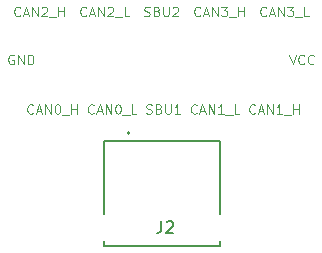
<source format=gbr>
%TF.GenerationSoftware,KiCad,Pcbnew,7.0.5*%
%TF.CreationDate,2024-03-05T09:12:16-05:00*%
%TF.ProjectId,female_connector,66656d61-6c65-45f6-936f-6e6e6563746f,rev?*%
%TF.SameCoordinates,Original*%
%TF.FileFunction,Legend,Top*%
%TF.FilePolarity,Positive*%
%FSLAX46Y46*%
G04 Gerber Fmt 4.6, Leading zero omitted, Abs format (unit mm)*
G04 Created by KiCad (PCBNEW 7.0.5) date 2024-03-05 09:12:16*
%MOMM*%
%LPD*%
G01*
G04 APERTURE LIST*
%ADD10C,0.150000*%
%ADD11C,0.100000*%
%ADD12C,0.200000*%
G04 APERTURE END LIST*
D10*
%TO.C,J2*%
X140319166Y-93434819D02*
X140319166Y-94149104D01*
X140319166Y-94149104D02*
X140271547Y-94291961D01*
X140271547Y-94291961D02*
X140176309Y-94387200D01*
X140176309Y-94387200D02*
X140033452Y-94434819D01*
X140033452Y-94434819D02*
X139938214Y-94434819D01*
X140747738Y-93530057D02*
X140795357Y-93482438D01*
X140795357Y-93482438D02*
X140890595Y-93434819D01*
X140890595Y-93434819D02*
X141128690Y-93434819D01*
X141128690Y-93434819D02*
X141223928Y-93482438D01*
X141223928Y-93482438D02*
X141271547Y-93530057D01*
X141271547Y-93530057D02*
X141319166Y-93625295D01*
X141319166Y-93625295D02*
X141319166Y-93720533D01*
X141319166Y-93720533D02*
X141271547Y-93863390D01*
X141271547Y-93863390D02*
X140700119Y-94434819D01*
X140700119Y-94434819D02*
X141319166Y-94434819D01*
D11*
%TO.C,J1*%
X151144979Y-79360895D02*
X151411646Y-80160895D01*
X151411646Y-80160895D02*
X151678312Y-79360895D01*
X152402122Y-80084704D02*
X152364026Y-80122800D01*
X152364026Y-80122800D02*
X152249741Y-80160895D01*
X152249741Y-80160895D02*
X152173550Y-80160895D01*
X152173550Y-80160895D02*
X152059264Y-80122800D01*
X152059264Y-80122800D02*
X151983074Y-80046609D01*
X151983074Y-80046609D02*
X151944979Y-79970419D01*
X151944979Y-79970419D02*
X151906883Y-79818038D01*
X151906883Y-79818038D02*
X151906883Y-79703752D01*
X151906883Y-79703752D02*
X151944979Y-79551371D01*
X151944979Y-79551371D02*
X151983074Y-79475180D01*
X151983074Y-79475180D02*
X152059264Y-79398990D01*
X152059264Y-79398990D02*
X152173550Y-79360895D01*
X152173550Y-79360895D02*
X152249741Y-79360895D01*
X152249741Y-79360895D02*
X152364026Y-79398990D01*
X152364026Y-79398990D02*
X152402122Y-79437085D01*
X153202122Y-80084704D02*
X153164026Y-80122800D01*
X153164026Y-80122800D02*
X153049741Y-80160895D01*
X153049741Y-80160895D02*
X152973550Y-80160895D01*
X152973550Y-80160895D02*
X152859264Y-80122800D01*
X152859264Y-80122800D02*
X152783074Y-80046609D01*
X152783074Y-80046609D02*
X152744979Y-79970419D01*
X152744979Y-79970419D02*
X152706883Y-79818038D01*
X152706883Y-79818038D02*
X152706883Y-79703752D01*
X152706883Y-79703752D02*
X152744979Y-79551371D01*
X152744979Y-79551371D02*
X152783074Y-79475180D01*
X152783074Y-79475180D02*
X152859264Y-79398990D01*
X152859264Y-79398990D02*
X152973550Y-79360895D01*
X152973550Y-79360895D02*
X153049741Y-79360895D01*
X153049741Y-79360895D02*
X153164026Y-79398990D01*
X153164026Y-79398990D02*
X153202122Y-79437085D01*
X143588406Y-76020704D02*
X143550310Y-76058800D01*
X143550310Y-76058800D02*
X143436025Y-76096895D01*
X143436025Y-76096895D02*
X143359834Y-76096895D01*
X143359834Y-76096895D02*
X143245548Y-76058800D01*
X143245548Y-76058800D02*
X143169358Y-75982609D01*
X143169358Y-75982609D02*
X143131263Y-75906419D01*
X143131263Y-75906419D02*
X143093167Y-75754038D01*
X143093167Y-75754038D02*
X143093167Y-75639752D01*
X143093167Y-75639752D02*
X143131263Y-75487371D01*
X143131263Y-75487371D02*
X143169358Y-75411180D01*
X143169358Y-75411180D02*
X143245548Y-75334990D01*
X143245548Y-75334990D02*
X143359834Y-75296895D01*
X143359834Y-75296895D02*
X143436025Y-75296895D01*
X143436025Y-75296895D02*
X143550310Y-75334990D01*
X143550310Y-75334990D02*
X143588406Y-75373085D01*
X143893167Y-75868323D02*
X144274120Y-75868323D01*
X143816977Y-76096895D02*
X144083644Y-75296895D01*
X144083644Y-75296895D02*
X144350310Y-76096895D01*
X144616977Y-76096895D02*
X144616977Y-75296895D01*
X144616977Y-75296895D02*
X145074120Y-76096895D01*
X145074120Y-76096895D02*
X145074120Y-75296895D01*
X145378881Y-75296895D02*
X145874119Y-75296895D01*
X145874119Y-75296895D02*
X145607453Y-75601657D01*
X145607453Y-75601657D02*
X145721738Y-75601657D01*
X145721738Y-75601657D02*
X145797929Y-75639752D01*
X145797929Y-75639752D02*
X145836024Y-75677847D01*
X145836024Y-75677847D02*
X145874119Y-75754038D01*
X145874119Y-75754038D02*
X145874119Y-75944514D01*
X145874119Y-75944514D02*
X145836024Y-76020704D01*
X145836024Y-76020704D02*
X145797929Y-76058800D01*
X145797929Y-76058800D02*
X145721738Y-76096895D01*
X145721738Y-76096895D02*
X145493167Y-76096895D01*
X145493167Y-76096895D02*
X145416976Y-76058800D01*
X145416976Y-76058800D02*
X145378881Y-76020704D01*
X146026501Y-76173085D02*
X146636024Y-76173085D01*
X146826501Y-76096895D02*
X146826501Y-75296895D01*
X146826501Y-75677847D02*
X147283644Y-75677847D01*
X147283644Y-76096895D02*
X147283644Y-75296895D01*
X134577787Y-84275704D02*
X134539691Y-84313800D01*
X134539691Y-84313800D02*
X134425406Y-84351895D01*
X134425406Y-84351895D02*
X134349215Y-84351895D01*
X134349215Y-84351895D02*
X134234929Y-84313800D01*
X134234929Y-84313800D02*
X134158739Y-84237609D01*
X134158739Y-84237609D02*
X134120644Y-84161419D01*
X134120644Y-84161419D02*
X134082548Y-84009038D01*
X134082548Y-84009038D02*
X134082548Y-83894752D01*
X134082548Y-83894752D02*
X134120644Y-83742371D01*
X134120644Y-83742371D02*
X134158739Y-83666180D01*
X134158739Y-83666180D02*
X134234929Y-83589990D01*
X134234929Y-83589990D02*
X134349215Y-83551895D01*
X134349215Y-83551895D02*
X134425406Y-83551895D01*
X134425406Y-83551895D02*
X134539691Y-83589990D01*
X134539691Y-83589990D02*
X134577787Y-83628085D01*
X134882548Y-84123323D02*
X135263501Y-84123323D01*
X134806358Y-84351895D02*
X135073025Y-83551895D01*
X135073025Y-83551895D02*
X135339691Y-84351895D01*
X135606358Y-84351895D02*
X135606358Y-83551895D01*
X135606358Y-83551895D02*
X136063501Y-84351895D01*
X136063501Y-84351895D02*
X136063501Y-83551895D01*
X136596834Y-83551895D02*
X136673024Y-83551895D01*
X136673024Y-83551895D02*
X136749215Y-83589990D01*
X136749215Y-83589990D02*
X136787310Y-83628085D01*
X136787310Y-83628085D02*
X136825405Y-83704276D01*
X136825405Y-83704276D02*
X136863500Y-83856657D01*
X136863500Y-83856657D02*
X136863500Y-84047133D01*
X136863500Y-84047133D02*
X136825405Y-84199514D01*
X136825405Y-84199514D02*
X136787310Y-84275704D01*
X136787310Y-84275704D02*
X136749215Y-84313800D01*
X136749215Y-84313800D02*
X136673024Y-84351895D01*
X136673024Y-84351895D02*
X136596834Y-84351895D01*
X136596834Y-84351895D02*
X136520643Y-84313800D01*
X136520643Y-84313800D02*
X136482548Y-84275704D01*
X136482548Y-84275704D02*
X136444453Y-84199514D01*
X136444453Y-84199514D02*
X136406357Y-84047133D01*
X136406357Y-84047133D02*
X136406357Y-83856657D01*
X136406357Y-83856657D02*
X136444453Y-83704276D01*
X136444453Y-83704276D02*
X136482548Y-83628085D01*
X136482548Y-83628085D02*
X136520643Y-83589990D01*
X136520643Y-83589990D02*
X136596834Y-83551895D01*
X137015882Y-84428085D02*
X137625405Y-84428085D01*
X138196834Y-84351895D02*
X137815882Y-84351895D01*
X137815882Y-84351895D02*
X137815882Y-83551895D01*
X139029167Y-84313800D02*
X139143453Y-84351895D01*
X139143453Y-84351895D02*
X139333929Y-84351895D01*
X139333929Y-84351895D02*
X139410120Y-84313800D01*
X139410120Y-84313800D02*
X139448215Y-84275704D01*
X139448215Y-84275704D02*
X139486310Y-84199514D01*
X139486310Y-84199514D02*
X139486310Y-84123323D01*
X139486310Y-84123323D02*
X139448215Y-84047133D01*
X139448215Y-84047133D02*
X139410120Y-84009038D01*
X139410120Y-84009038D02*
X139333929Y-83970942D01*
X139333929Y-83970942D02*
X139181548Y-83932847D01*
X139181548Y-83932847D02*
X139105358Y-83894752D01*
X139105358Y-83894752D02*
X139067263Y-83856657D01*
X139067263Y-83856657D02*
X139029167Y-83780466D01*
X139029167Y-83780466D02*
X139029167Y-83704276D01*
X139029167Y-83704276D02*
X139067263Y-83628085D01*
X139067263Y-83628085D02*
X139105358Y-83589990D01*
X139105358Y-83589990D02*
X139181548Y-83551895D01*
X139181548Y-83551895D02*
X139372025Y-83551895D01*
X139372025Y-83551895D02*
X139486310Y-83589990D01*
X140095834Y-83932847D02*
X140210120Y-83970942D01*
X140210120Y-83970942D02*
X140248215Y-84009038D01*
X140248215Y-84009038D02*
X140286311Y-84085228D01*
X140286311Y-84085228D02*
X140286311Y-84199514D01*
X140286311Y-84199514D02*
X140248215Y-84275704D01*
X140248215Y-84275704D02*
X140210120Y-84313800D01*
X140210120Y-84313800D02*
X140133930Y-84351895D01*
X140133930Y-84351895D02*
X139829168Y-84351895D01*
X139829168Y-84351895D02*
X139829168Y-83551895D01*
X139829168Y-83551895D02*
X140095834Y-83551895D01*
X140095834Y-83551895D02*
X140172025Y-83589990D01*
X140172025Y-83589990D02*
X140210120Y-83628085D01*
X140210120Y-83628085D02*
X140248215Y-83704276D01*
X140248215Y-83704276D02*
X140248215Y-83780466D01*
X140248215Y-83780466D02*
X140210120Y-83856657D01*
X140210120Y-83856657D02*
X140172025Y-83894752D01*
X140172025Y-83894752D02*
X140095834Y-83932847D01*
X140095834Y-83932847D02*
X139829168Y-83932847D01*
X140629168Y-83551895D02*
X140629168Y-84199514D01*
X140629168Y-84199514D02*
X140667263Y-84275704D01*
X140667263Y-84275704D02*
X140705358Y-84313800D01*
X140705358Y-84313800D02*
X140781549Y-84351895D01*
X140781549Y-84351895D02*
X140933930Y-84351895D01*
X140933930Y-84351895D02*
X141010120Y-84313800D01*
X141010120Y-84313800D02*
X141048215Y-84275704D01*
X141048215Y-84275704D02*
X141086311Y-84199514D01*
X141086311Y-84199514D02*
X141086311Y-83551895D01*
X141886310Y-84351895D02*
X141429167Y-84351895D01*
X141657739Y-84351895D02*
X141657739Y-83551895D01*
X141657739Y-83551895D02*
X141581548Y-83666180D01*
X141581548Y-83666180D02*
X141505358Y-83742371D01*
X141505358Y-83742371D02*
X141429167Y-83780466D01*
X127802312Y-79398990D02*
X127726122Y-79360895D01*
X127726122Y-79360895D02*
X127611836Y-79360895D01*
X127611836Y-79360895D02*
X127497550Y-79398990D01*
X127497550Y-79398990D02*
X127421360Y-79475180D01*
X127421360Y-79475180D02*
X127383265Y-79551371D01*
X127383265Y-79551371D02*
X127345169Y-79703752D01*
X127345169Y-79703752D02*
X127345169Y-79818038D01*
X127345169Y-79818038D02*
X127383265Y-79970419D01*
X127383265Y-79970419D02*
X127421360Y-80046609D01*
X127421360Y-80046609D02*
X127497550Y-80122800D01*
X127497550Y-80122800D02*
X127611836Y-80160895D01*
X127611836Y-80160895D02*
X127688027Y-80160895D01*
X127688027Y-80160895D02*
X127802312Y-80122800D01*
X127802312Y-80122800D02*
X127840408Y-80084704D01*
X127840408Y-80084704D02*
X127840408Y-79818038D01*
X127840408Y-79818038D02*
X127688027Y-79818038D01*
X128183265Y-80160895D02*
X128183265Y-79360895D01*
X128183265Y-79360895D02*
X128640408Y-80160895D01*
X128640408Y-80160895D02*
X128640408Y-79360895D01*
X129021360Y-80160895D02*
X129021360Y-79360895D01*
X129021360Y-79360895D02*
X129211836Y-79360895D01*
X129211836Y-79360895D02*
X129326122Y-79398990D01*
X129326122Y-79398990D02*
X129402312Y-79475180D01*
X129402312Y-79475180D02*
X129440407Y-79551371D01*
X129440407Y-79551371D02*
X129478503Y-79703752D01*
X129478503Y-79703752D02*
X129478503Y-79818038D01*
X129478503Y-79818038D02*
X129440407Y-79970419D01*
X129440407Y-79970419D02*
X129402312Y-80046609D01*
X129402312Y-80046609D02*
X129326122Y-80122800D01*
X129326122Y-80122800D02*
X129211836Y-80160895D01*
X129211836Y-80160895D02*
X129021360Y-80160895D01*
X138867119Y-76058800D02*
X138981405Y-76096895D01*
X138981405Y-76096895D02*
X139171881Y-76096895D01*
X139171881Y-76096895D02*
X139248072Y-76058800D01*
X139248072Y-76058800D02*
X139286167Y-76020704D01*
X139286167Y-76020704D02*
X139324262Y-75944514D01*
X139324262Y-75944514D02*
X139324262Y-75868323D01*
X139324262Y-75868323D02*
X139286167Y-75792133D01*
X139286167Y-75792133D02*
X139248072Y-75754038D01*
X139248072Y-75754038D02*
X139171881Y-75715942D01*
X139171881Y-75715942D02*
X139019500Y-75677847D01*
X139019500Y-75677847D02*
X138943310Y-75639752D01*
X138943310Y-75639752D02*
X138905215Y-75601657D01*
X138905215Y-75601657D02*
X138867119Y-75525466D01*
X138867119Y-75525466D02*
X138867119Y-75449276D01*
X138867119Y-75449276D02*
X138905215Y-75373085D01*
X138905215Y-75373085D02*
X138943310Y-75334990D01*
X138943310Y-75334990D02*
X139019500Y-75296895D01*
X139019500Y-75296895D02*
X139209977Y-75296895D01*
X139209977Y-75296895D02*
X139324262Y-75334990D01*
X139933786Y-75677847D02*
X140048072Y-75715942D01*
X140048072Y-75715942D02*
X140086167Y-75754038D01*
X140086167Y-75754038D02*
X140124263Y-75830228D01*
X140124263Y-75830228D02*
X140124263Y-75944514D01*
X140124263Y-75944514D02*
X140086167Y-76020704D01*
X140086167Y-76020704D02*
X140048072Y-76058800D01*
X140048072Y-76058800D02*
X139971882Y-76096895D01*
X139971882Y-76096895D02*
X139667120Y-76096895D01*
X139667120Y-76096895D02*
X139667120Y-75296895D01*
X139667120Y-75296895D02*
X139933786Y-75296895D01*
X139933786Y-75296895D02*
X140009977Y-75334990D01*
X140009977Y-75334990D02*
X140048072Y-75373085D01*
X140048072Y-75373085D02*
X140086167Y-75449276D01*
X140086167Y-75449276D02*
X140086167Y-75525466D01*
X140086167Y-75525466D02*
X140048072Y-75601657D01*
X140048072Y-75601657D02*
X140009977Y-75639752D01*
X140009977Y-75639752D02*
X139933786Y-75677847D01*
X139933786Y-75677847D02*
X139667120Y-75677847D01*
X140467120Y-75296895D02*
X140467120Y-75944514D01*
X140467120Y-75944514D02*
X140505215Y-76020704D01*
X140505215Y-76020704D02*
X140543310Y-76058800D01*
X140543310Y-76058800D02*
X140619501Y-76096895D01*
X140619501Y-76096895D02*
X140771882Y-76096895D01*
X140771882Y-76096895D02*
X140848072Y-76058800D01*
X140848072Y-76058800D02*
X140886167Y-76020704D01*
X140886167Y-76020704D02*
X140924263Y-75944514D01*
X140924263Y-75944514D02*
X140924263Y-75296895D01*
X141267119Y-75373085D02*
X141305215Y-75334990D01*
X141305215Y-75334990D02*
X141381405Y-75296895D01*
X141381405Y-75296895D02*
X141571881Y-75296895D01*
X141571881Y-75296895D02*
X141648072Y-75334990D01*
X141648072Y-75334990D02*
X141686167Y-75373085D01*
X141686167Y-75373085D02*
X141724262Y-75449276D01*
X141724262Y-75449276D02*
X141724262Y-75525466D01*
X141724262Y-75525466D02*
X141686167Y-75639752D01*
X141686167Y-75639752D02*
X141229024Y-76096895D01*
X141229024Y-76096895D02*
X141724262Y-76096895D01*
X128357882Y-76020704D02*
X128319786Y-76058800D01*
X128319786Y-76058800D02*
X128205501Y-76096895D01*
X128205501Y-76096895D02*
X128129310Y-76096895D01*
X128129310Y-76096895D02*
X128015024Y-76058800D01*
X128015024Y-76058800D02*
X127938834Y-75982609D01*
X127938834Y-75982609D02*
X127900739Y-75906419D01*
X127900739Y-75906419D02*
X127862643Y-75754038D01*
X127862643Y-75754038D02*
X127862643Y-75639752D01*
X127862643Y-75639752D02*
X127900739Y-75487371D01*
X127900739Y-75487371D02*
X127938834Y-75411180D01*
X127938834Y-75411180D02*
X128015024Y-75334990D01*
X128015024Y-75334990D02*
X128129310Y-75296895D01*
X128129310Y-75296895D02*
X128205501Y-75296895D01*
X128205501Y-75296895D02*
X128319786Y-75334990D01*
X128319786Y-75334990D02*
X128357882Y-75373085D01*
X128662643Y-75868323D02*
X129043596Y-75868323D01*
X128586453Y-76096895D02*
X128853120Y-75296895D01*
X128853120Y-75296895D02*
X129119786Y-76096895D01*
X129386453Y-76096895D02*
X129386453Y-75296895D01*
X129386453Y-75296895D02*
X129843596Y-76096895D01*
X129843596Y-76096895D02*
X129843596Y-75296895D01*
X130186452Y-75373085D02*
X130224548Y-75334990D01*
X130224548Y-75334990D02*
X130300738Y-75296895D01*
X130300738Y-75296895D02*
X130491214Y-75296895D01*
X130491214Y-75296895D02*
X130567405Y-75334990D01*
X130567405Y-75334990D02*
X130605500Y-75373085D01*
X130605500Y-75373085D02*
X130643595Y-75449276D01*
X130643595Y-75449276D02*
X130643595Y-75525466D01*
X130643595Y-75525466D02*
X130605500Y-75639752D01*
X130605500Y-75639752D02*
X130148357Y-76096895D01*
X130148357Y-76096895D02*
X130643595Y-76096895D01*
X130795977Y-76173085D02*
X131405500Y-76173085D01*
X131595977Y-76096895D02*
X131595977Y-75296895D01*
X131595977Y-75677847D02*
X132053120Y-75677847D01*
X132053120Y-76096895D02*
X132053120Y-75296895D01*
X129440692Y-84275704D02*
X129402596Y-84313800D01*
X129402596Y-84313800D02*
X129288311Y-84351895D01*
X129288311Y-84351895D02*
X129212120Y-84351895D01*
X129212120Y-84351895D02*
X129097834Y-84313800D01*
X129097834Y-84313800D02*
X129021644Y-84237609D01*
X129021644Y-84237609D02*
X128983549Y-84161419D01*
X128983549Y-84161419D02*
X128945453Y-84009038D01*
X128945453Y-84009038D02*
X128945453Y-83894752D01*
X128945453Y-83894752D02*
X128983549Y-83742371D01*
X128983549Y-83742371D02*
X129021644Y-83666180D01*
X129021644Y-83666180D02*
X129097834Y-83589990D01*
X129097834Y-83589990D02*
X129212120Y-83551895D01*
X129212120Y-83551895D02*
X129288311Y-83551895D01*
X129288311Y-83551895D02*
X129402596Y-83589990D01*
X129402596Y-83589990D02*
X129440692Y-83628085D01*
X129745453Y-84123323D02*
X130126406Y-84123323D01*
X129669263Y-84351895D02*
X129935930Y-83551895D01*
X129935930Y-83551895D02*
X130202596Y-84351895D01*
X130469263Y-84351895D02*
X130469263Y-83551895D01*
X130469263Y-83551895D02*
X130926406Y-84351895D01*
X130926406Y-84351895D02*
X130926406Y-83551895D01*
X131459739Y-83551895D02*
X131535929Y-83551895D01*
X131535929Y-83551895D02*
X131612120Y-83589990D01*
X131612120Y-83589990D02*
X131650215Y-83628085D01*
X131650215Y-83628085D02*
X131688310Y-83704276D01*
X131688310Y-83704276D02*
X131726405Y-83856657D01*
X131726405Y-83856657D02*
X131726405Y-84047133D01*
X131726405Y-84047133D02*
X131688310Y-84199514D01*
X131688310Y-84199514D02*
X131650215Y-84275704D01*
X131650215Y-84275704D02*
X131612120Y-84313800D01*
X131612120Y-84313800D02*
X131535929Y-84351895D01*
X131535929Y-84351895D02*
X131459739Y-84351895D01*
X131459739Y-84351895D02*
X131383548Y-84313800D01*
X131383548Y-84313800D02*
X131345453Y-84275704D01*
X131345453Y-84275704D02*
X131307358Y-84199514D01*
X131307358Y-84199514D02*
X131269262Y-84047133D01*
X131269262Y-84047133D02*
X131269262Y-83856657D01*
X131269262Y-83856657D02*
X131307358Y-83704276D01*
X131307358Y-83704276D02*
X131345453Y-83628085D01*
X131345453Y-83628085D02*
X131383548Y-83589990D01*
X131383548Y-83589990D02*
X131459739Y-83551895D01*
X131878787Y-84428085D02*
X132488310Y-84428085D01*
X132678787Y-84351895D02*
X132678787Y-83551895D01*
X132678787Y-83932847D02*
X133135930Y-83932847D01*
X133135930Y-84351895D02*
X133135930Y-83551895D01*
X149185882Y-76020704D02*
X149147786Y-76058800D01*
X149147786Y-76058800D02*
X149033501Y-76096895D01*
X149033501Y-76096895D02*
X148957310Y-76096895D01*
X148957310Y-76096895D02*
X148843024Y-76058800D01*
X148843024Y-76058800D02*
X148766834Y-75982609D01*
X148766834Y-75982609D02*
X148728739Y-75906419D01*
X148728739Y-75906419D02*
X148690643Y-75754038D01*
X148690643Y-75754038D02*
X148690643Y-75639752D01*
X148690643Y-75639752D02*
X148728739Y-75487371D01*
X148728739Y-75487371D02*
X148766834Y-75411180D01*
X148766834Y-75411180D02*
X148843024Y-75334990D01*
X148843024Y-75334990D02*
X148957310Y-75296895D01*
X148957310Y-75296895D02*
X149033501Y-75296895D01*
X149033501Y-75296895D02*
X149147786Y-75334990D01*
X149147786Y-75334990D02*
X149185882Y-75373085D01*
X149490643Y-75868323D02*
X149871596Y-75868323D01*
X149414453Y-76096895D02*
X149681120Y-75296895D01*
X149681120Y-75296895D02*
X149947786Y-76096895D01*
X150214453Y-76096895D02*
X150214453Y-75296895D01*
X150214453Y-75296895D02*
X150671596Y-76096895D01*
X150671596Y-76096895D02*
X150671596Y-75296895D01*
X150976357Y-75296895D02*
X151471595Y-75296895D01*
X151471595Y-75296895D02*
X151204929Y-75601657D01*
X151204929Y-75601657D02*
X151319214Y-75601657D01*
X151319214Y-75601657D02*
X151395405Y-75639752D01*
X151395405Y-75639752D02*
X151433500Y-75677847D01*
X151433500Y-75677847D02*
X151471595Y-75754038D01*
X151471595Y-75754038D02*
X151471595Y-75944514D01*
X151471595Y-75944514D02*
X151433500Y-76020704D01*
X151433500Y-76020704D02*
X151395405Y-76058800D01*
X151395405Y-76058800D02*
X151319214Y-76096895D01*
X151319214Y-76096895D02*
X151090643Y-76096895D01*
X151090643Y-76096895D02*
X151014452Y-76058800D01*
X151014452Y-76058800D02*
X150976357Y-76020704D01*
X151623977Y-76173085D02*
X152233500Y-76173085D01*
X152804929Y-76096895D02*
X152423977Y-76096895D01*
X152423977Y-76096895D02*
X152423977Y-75296895D01*
X143290073Y-84275704D02*
X143251977Y-84313800D01*
X143251977Y-84313800D02*
X143137692Y-84351895D01*
X143137692Y-84351895D02*
X143061501Y-84351895D01*
X143061501Y-84351895D02*
X142947215Y-84313800D01*
X142947215Y-84313800D02*
X142871025Y-84237609D01*
X142871025Y-84237609D02*
X142832930Y-84161419D01*
X142832930Y-84161419D02*
X142794834Y-84009038D01*
X142794834Y-84009038D02*
X142794834Y-83894752D01*
X142794834Y-83894752D02*
X142832930Y-83742371D01*
X142832930Y-83742371D02*
X142871025Y-83666180D01*
X142871025Y-83666180D02*
X142947215Y-83589990D01*
X142947215Y-83589990D02*
X143061501Y-83551895D01*
X143061501Y-83551895D02*
X143137692Y-83551895D01*
X143137692Y-83551895D02*
X143251977Y-83589990D01*
X143251977Y-83589990D02*
X143290073Y-83628085D01*
X143594834Y-84123323D02*
X143975787Y-84123323D01*
X143518644Y-84351895D02*
X143785311Y-83551895D01*
X143785311Y-83551895D02*
X144051977Y-84351895D01*
X144318644Y-84351895D02*
X144318644Y-83551895D01*
X144318644Y-83551895D02*
X144775787Y-84351895D01*
X144775787Y-84351895D02*
X144775787Y-83551895D01*
X145575786Y-84351895D02*
X145118643Y-84351895D01*
X145347215Y-84351895D02*
X145347215Y-83551895D01*
X145347215Y-83551895D02*
X145271024Y-83666180D01*
X145271024Y-83666180D02*
X145194834Y-83742371D01*
X145194834Y-83742371D02*
X145118643Y-83780466D01*
X145728168Y-84428085D02*
X146337691Y-84428085D01*
X146909120Y-84351895D02*
X146528168Y-84351895D01*
X146528168Y-84351895D02*
X146528168Y-83551895D01*
X133955358Y-76020704D02*
X133917262Y-76058800D01*
X133917262Y-76058800D02*
X133802977Y-76096895D01*
X133802977Y-76096895D02*
X133726786Y-76096895D01*
X133726786Y-76096895D02*
X133612500Y-76058800D01*
X133612500Y-76058800D02*
X133536310Y-75982609D01*
X133536310Y-75982609D02*
X133498215Y-75906419D01*
X133498215Y-75906419D02*
X133460119Y-75754038D01*
X133460119Y-75754038D02*
X133460119Y-75639752D01*
X133460119Y-75639752D02*
X133498215Y-75487371D01*
X133498215Y-75487371D02*
X133536310Y-75411180D01*
X133536310Y-75411180D02*
X133612500Y-75334990D01*
X133612500Y-75334990D02*
X133726786Y-75296895D01*
X133726786Y-75296895D02*
X133802977Y-75296895D01*
X133802977Y-75296895D02*
X133917262Y-75334990D01*
X133917262Y-75334990D02*
X133955358Y-75373085D01*
X134260119Y-75868323D02*
X134641072Y-75868323D01*
X134183929Y-76096895D02*
X134450596Y-75296895D01*
X134450596Y-75296895D02*
X134717262Y-76096895D01*
X134983929Y-76096895D02*
X134983929Y-75296895D01*
X134983929Y-75296895D02*
X135441072Y-76096895D01*
X135441072Y-76096895D02*
X135441072Y-75296895D01*
X135783928Y-75373085D02*
X135822024Y-75334990D01*
X135822024Y-75334990D02*
X135898214Y-75296895D01*
X135898214Y-75296895D02*
X136088690Y-75296895D01*
X136088690Y-75296895D02*
X136164881Y-75334990D01*
X136164881Y-75334990D02*
X136202976Y-75373085D01*
X136202976Y-75373085D02*
X136241071Y-75449276D01*
X136241071Y-75449276D02*
X136241071Y-75525466D01*
X136241071Y-75525466D02*
X136202976Y-75639752D01*
X136202976Y-75639752D02*
X135745833Y-76096895D01*
X135745833Y-76096895D02*
X136241071Y-76096895D01*
X136393453Y-76173085D02*
X137002976Y-76173085D01*
X137574405Y-76096895D02*
X137193453Y-76096895D01*
X137193453Y-76096895D02*
X137193453Y-75296895D01*
X148236692Y-84275704D02*
X148198596Y-84313800D01*
X148198596Y-84313800D02*
X148084311Y-84351895D01*
X148084311Y-84351895D02*
X148008120Y-84351895D01*
X148008120Y-84351895D02*
X147893834Y-84313800D01*
X147893834Y-84313800D02*
X147817644Y-84237609D01*
X147817644Y-84237609D02*
X147779549Y-84161419D01*
X147779549Y-84161419D02*
X147741453Y-84009038D01*
X147741453Y-84009038D02*
X147741453Y-83894752D01*
X147741453Y-83894752D02*
X147779549Y-83742371D01*
X147779549Y-83742371D02*
X147817644Y-83666180D01*
X147817644Y-83666180D02*
X147893834Y-83589990D01*
X147893834Y-83589990D02*
X148008120Y-83551895D01*
X148008120Y-83551895D02*
X148084311Y-83551895D01*
X148084311Y-83551895D02*
X148198596Y-83589990D01*
X148198596Y-83589990D02*
X148236692Y-83628085D01*
X148541453Y-84123323D02*
X148922406Y-84123323D01*
X148465263Y-84351895D02*
X148731930Y-83551895D01*
X148731930Y-83551895D02*
X148998596Y-84351895D01*
X149265263Y-84351895D02*
X149265263Y-83551895D01*
X149265263Y-83551895D02*
X149722406Y-84351895D01*
X149722406Y-84351895D02*
X149722406Y-83551895D01*
X150522405Y-84351895D02*
X150065262Y-84351895D01*
X150293834Y-84351895D02*
X150293834Y-83551895D01*
X150293834Y-83551895D02*
X150217643Y-83666180D01*
X150217643Y-83666180D02*
X150141453Y-83742371D01*
X150141453Y-83742371D02*
X150065262Y-83780466D01*
X150674787Y-84428085D02*
X151284310Y-84428085D01*
X151474787Y-84351895D02*
X151474787Y-83551895D01*
X151474787Y-83932847D02*
X151931930Y-83932847D01*
X151931930Y-84351895D02*
X151931930Y-83551895D01*
D12*
%TO.C,J2*%
X135410000Y-86640000D02*
X135410000Y-92830000D01*
X135410000Y-86640000D02*
X145260000Y-86640000D01*
X135410000Y-95530000D02*
X135410000Y-95130000D01*
X135410000Y-95530000D02*
X145260000Y-95530000D01*
X145260000Y-92830000D02*
X145260000Y-86640000D01*
X145260000Y-95530000D02*
X145260000Y-95130000D01*
X137635000Y-85980000D02*
G75*
G03*
X137635000Y-85980000I-100000J0D01*
G01*
%TD*%
M02*

</source>
